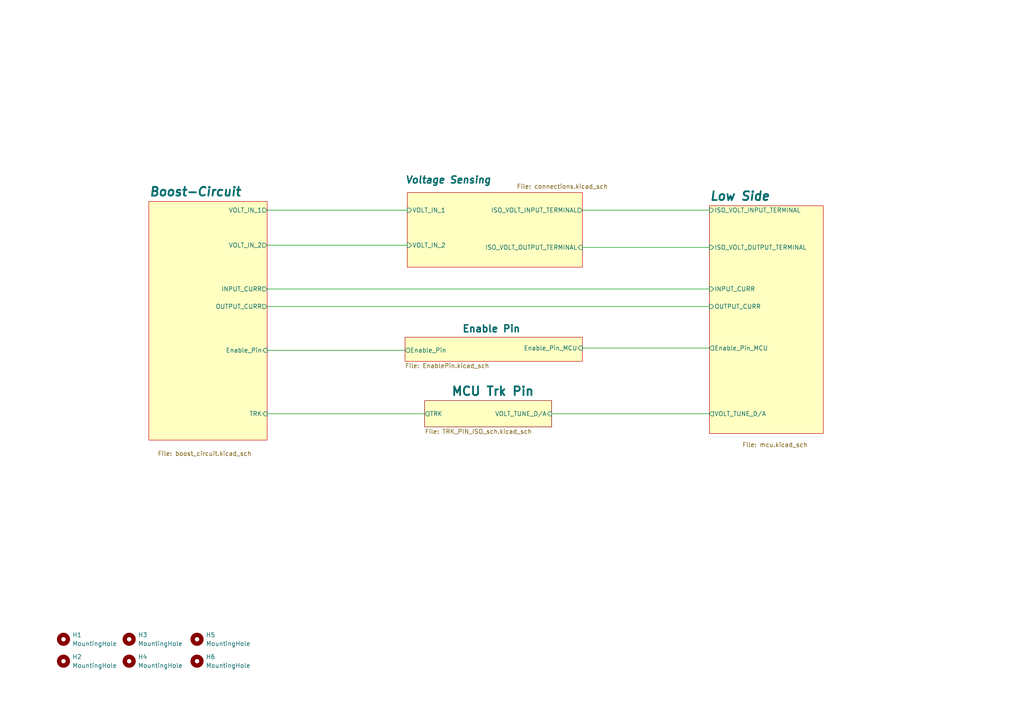
<source format=kicad_sch>
(kicad_sch (version 20231120) (generator "eeschema") (generator_version "8.0")
  (paper "A4")
  (title_block (title "DC-DC-Converter Root Page") (rev "V1") (company "EcoCar") (comment 1 "Designed by: Nicholas semmens, Zeeshan Haque"))
  (lib_symbols
    (symbol "Mechanical:MountingHole" (pin_names (offset 1.016)) (exclude_from_sim yes) (in_bom no)
      (property "Reference" "H" (at 0 5.08 0))
      (property "Value" "MountingHole" (at 0 3.175 0))
      (symbol "MountingHole_0_1"
        (circle (center 0 0) (radius 1.27) (stroke (width 1.27)))
      )
    )
  )
  (wire (pts (xy 77.47 83.82) (xy 205.74 83.82)))
  (wire (pts (xy 160.02 120.015) (xy 205.74 120.015)))
  (wire (pts (xy 77.47 60.96) (xy 118.11 60.96)))
  (wire (pts (xy 168.91 60.96) (xy 205.74 60.96)))
  (wire (pts (xy 168.91 71.755) (xy 205.74 71.755)))
  (wire (pts (xy 168.91 100.965) (xy 205.74 100.965)))
  (wire (pts (xy 77.47 101.6) (xy 117.475 101.6)))
  (wire (pts (xy 77.47 88.9) (xy 205.74 88.9)))
  (wire (pts (xy 77.47 71.12) (xy 118.11 71.12)))
  (wire (pts (xy 77.47 120.015) (xy 123.19 120.015)))
  (symbol (lib_id "Mechanical:MountingHole") (at 37.465 185.42 0) (unit 1) (exclude_from_sim yes) (in_bom no)
    (property "Reference" "H3" (at 40.005 184.1499 0) (effects (justify left)))
    (property "Value" "MountingHole" (at 40.005 186.6899 0) (effects (justify left)))
    (property "Footprint" "MountingHole:MountingHole_3.5mm" (effects (hide yes)))
    (property "Description" "Mounting Hole without connection" (effects (hide yes)))
  )
  (symbol (lib_id "Mechanical:MountingHole") (at 57.15 191.77 0) (unit 1) (exclude_from_sim yes) (in_bom no)
    (property "Reference" "H6" (at 59.69 190.4999 0) (effects (justify left)))
    (property "Value" "MountingHole" (at 59.69 193.0399 0) (effects (justify left)))
    (property "Footprint" "MountingHole:MountingHole_3.5mm" (effects (hide yes)))
    (property "Description" "Mounting Hole without connection" (effects (hide yes)))
  )
  (symbol (lib_id "Mechanical:MountingHole") (at 18.415 191.77 0) (unit 1) (exclude_from_sim yes) (in_bom no)
    (property "Reference" "H2" (at 20.955 190.4999 0) (effects (justify left)))
    (property "Value" "MountingHole" (at 20.955 193.0399 0) (effects (justify left)))
    (property "Footprint" "MountingHole:MountingHole_3.5mm" (effects (hide yes)))
    (property "Description" "Mounting Hole without connection" (effects (hide yes)))
  )
  (symbol (lib_id "Mechanical:MountingHole") (at 37.465 191.77 0) (unit 1) (exclude_from_sim yes) (in_bom no)
    (property "Reference" "H4" (at 40.005 190.4999 0) (effects (justify left)))
    (property "Value" "MountingHole" (at 40.005 193.0399 0) (effects (justify left)))
    (property "Footprint" "MountingHole:MountingHole_3.5mm" (effects (hide yes)))
    (property "Description" "Mounting Hole without connection" (effects (hide yes)))
  )
  (symbol (lib_id "Mechanical:MountingHole") (at 18.415 185.42 0) (unit 1) (exclude_from_sim yes) (in_bom no)
    (property "Reference" "H1" (at 20.955 184.1499 0) (effects (justify left)))
    (property "Value" "MountingHole" (at 20.955 186.6899 0) (effects (justify left)))
    (property "Footprint" "MountingHole:MountingHole_3.5mm" (effects (hide yes)))
    (property "Description" "Mounting Hole without connection" (effects (hide yes)))
  )
  (symbol (lib_id "Mechanical:MountingHole") (at 57.15 185.42 0) (unit 1) (exclude_from_sim yes) (in_bom no)
    (property "Reference" "H5" (at 59.69 184.1499 0) (effects (justify left)))
    (property "Value" "MountingHole" (at 59.69 186.6899 0) (effects (justify left)))
    (property "Footprint" "MountingHole:MountingHole_3.5mm" (effects (hide yes)))
    (property "Description" "Mounting Hole without connection" (effects (hide yes)))
  )
  (sheet (at 117.475 97.79) (size 51.435 6.985) (stroke (width 0.1524) (color 194 0 0 1)) (fill (color 255 255 194 1.0000))
    (property "Sheetname" "Enable Pin" (at 133.985 96.52 0) (effects (font (size 2.032 2.032) (bold yes)) (justify left bottom)))
    (property "Sheetfile" "EnablePin.kicad_sch" (at 117.475 105.3596 0) (effects (justify left top)))
    (pin "Enable_Pin_MCU" input (at 168.91 100.965 0))
    (pin "Enable_Pin" output (at 117.475 101.6 180))
  )
  (sheet (at 205.74 59.69) (size 33.02 66.04) (stroke (width 0.1524) (color 194 0 0 1)) (fill (color 255 255 194 1.0000))
    (property "Sheetname" "Low Side" (at 205.74 58.3434 0) (effects (font (size 2.54 2.54) (bold yes) (italic yes)) (justify left bottom)))
    (property "Sheetfile" "mcu.kicad_sch" (at 215.265 128.27 0) (effects (justify left top)))
    (pin "VOLT_TUNE_D{slash}A" output (at 205.74 120.015 180))
    (pin "INPUT_CURR" input (at 205.74 83.82 180))
    (pin "OUTPUT_CURR" input (at 205.74 88.9 180))
    (pin "ISO_VOLT_OUTPUT_TERMINAL" input (at 205.74 71.755 180))
    (pin "ISO_VOLT_INPUT_TERMINAL" input (at 205.74 60.96 180))
    (pin "Enable_Pin_MCU" output (at 205.74 100.965 180))
  )
  (sheet (at 123.19 116.205) (size 36.83 7.62) (stroke (width 0.1524) (color 132 0 0 1)) (fill (color 255 255 194 1.0000))
    (property "Sheetname" "MCU Trk Pin" (at 130.81 114.935 0) (effects (font (size 2.54 2.54) (bold yes)) (justify left bottom)))
    (property "Sheetfile" "TRK_PIN_ISO_sch.kicad_sch" (at 123.19 124.4096 0) (effects (justify left top)))
    (pin "TRK" output (at 123.19 120.015 180))
    (pin "VOLT_TUNE_D{slash}A" input (at 160.02 120.015 0))
  )
  (sheet (at 118.11 55.88) (size 50.8 21.59) (stroke (width 0.1524) (color 194 0 0 1)) (fill (color 255 255 194 1.0000))
    (property "Sheetname" "Voltage Sensing " (at 117.475 53.34 0) (effects (font (size 2.032 2.032) (bold yes) (italic yes)) (justify left bottom)))
    (property "Sheetfile" "connections.kicad_sch" (at 149.86 53.34 0) (effects (justify left top)))
    (pin "ISO_VOLT_INPUT_TERMINAL" output (at 168.91 60.96 0))
    (pin "VOLT_IN_1" input (at 118.11 60.96 180))
    (pin "ISO_VOLT_OUTPUT_TERMINAL" input (at 168.91 71.755 0))
    (pin "VOLT_IN_2" input (at 118.11 71.12 180))
  )
  (sheet (at 43.18 58.42) (size 34.29 69.215) (stroke (width 0.1524) (color 194 0 0 1)) (fill (color 255 255 194 1.0000))
    (property "Sheetname" "Boost-Circuit" (at 43.18 57.0734 0) (effects (font (size 2.54 2.54) (bold yes) (italic yes)) (justify left bottom)))
    (property "Sheetfile" "boost_circuit.kicad_sch" (at 45.72 130.81 0) (effects (justify left top)))
    (pin "INPUT_CURR" output (at 77.47 83.82 0))
    (pin "OUTPUT_CURR" output (at 77.47 88.9 0))
    (pin "VOLT_IN_1" output (at 77.47 60.96 0))
    (pin "VOLT_IN_2" output (at 77.47 71.12 0))
    (pin "TRK" input (at 77.47 120.015 0))
    (pin "Enable_Pin" input (at 77.47 101.6 0))
  )
)
</source>
